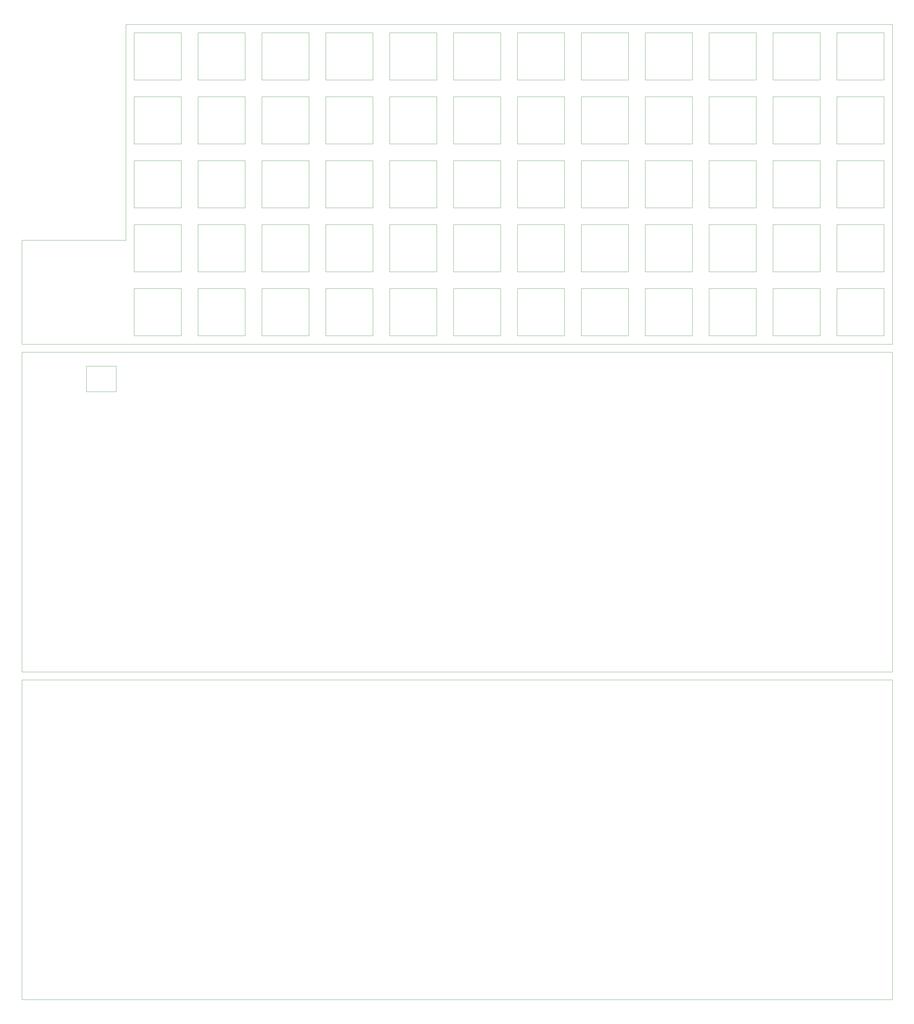
<source format=gm1>
%TF.GenerationSoftware,KiCad,Pcbnew,5.1.10*%
%TF.CreationDate,2021-06-15T15:09:17-05:00*%
%TF.ProjectId,olkbd_ble,6f6c6b62-645f-4626-9c65-2e6b69636164,rev?*%
%TF.SameCoordinates,Original*%
%TF.FileFunction,Profile,NP*%
%FSLAX46Y46*%
G04 Gerber Fmt 4.6, Leading zero omitted, Abs format (unit mm)*
G04 Created by KiCad (PCBNEW 5.1.10) date 2021-06-15 15:09:17*
%MOMM*%
%LPD*%
G01*
G04 APERTURE LIST*
%TA.AperFunction,Profile*%
%ADD10C,0.050000*%
%TD*%
G04 APERTURE END LIST*
D10*
X259410200Y-152247600D02*
X259410200Y-138252200D01*
X316560200Y-133197600D02*
X316560200Y-119202200D01*
X126060200Y-133197600D02*
X126060200Y-119202200D01*
X240360200Y-119202200D02*
X226364800Y-119202200D01*
X297510200Y-100152200D02*
X283514800Y-100152200D01*
X183210200Y-100152200D02*
X169214800Y-100152200D01*
X321614800Y-114147600D02*
X335610200Y-114147600D01*
X188264800Y-95097600D02*
X202260200Y-95097600D01*
X221310200Y-76047600D02*
X221310200Y-62052200D01*
X316560200Y-81102200D02*
X302564800Y-81102200D01*
X207314800Y-95097600D02*
X221310200Y-95097600D01*
X188264800Y-138252200D02*
X188264800Y-152247600D01*
X221310200Y-138252200D02*
X207314800Y-138252200D01*
X335610200Y-62052200D02*
X321614800Y-62052200D01*
X126060200Y-100152200D02*
X112064800Y-100152200D01*
X283514800Y-133197600D02*
X297510200Y-133197600D01*
X302564800Y-119202200D02*
X302564800Y-133197600D01*
X188264800Y-81102200D02*
X188264800Y-95097600D01*
X221310200Y-114147600D02*
X221310200Y-100152200D01*
X335610200Y-76047600D02*
X335610200Y-62052200D01*
X112064800Y-76047600D02*
X126060200Y-76047600D01*
X78581250Y-154781250D02*
X78581250Y-123825000D01*
X202260200Y-114147600D02*
X202260200Y-100152200D01*
X335610200Y-100152200D02*
X321614800Y-100152200D01*
X321614800Y-119202200D02*
X321614800Y-133197600D01*
X316560200Y-119202200D02*
X302564800Y-119202200D01*
X226364800Y-114147600D02*
X240360200Y-114147600D01*
X188264800Y-133197600D02*
X202260200Y-133197600D01*
X202260200Y-119202200D02*
X188264800Y-119202200D01*
X240360200Y-76047600D02*
X240360200Y-62052200D01*
X264464800Y-133197600D02*
X278460200Y-133197600D01*
X283514800Y-95097600D02*
X297510200Y-95097600D01*
X245414800Y-76047600D02*
X259410200Y-76047600D01*
X297510200Y-81102200D02*
X283514800Y-81102200D01*
X278460200Y-81102200D02*
X264464800Y-81102200D01*
X164160200Y-81102200D02*
X150164800Y-81102200D01*
X164160200Y-114147600D02*
X164160200Y-100152200D01*
X145110200Y-119202200D02*
X131114800Y-119202200D01*
X126060200Y-119202200D02*
X112064800Y-119202200D01*
X145110200Y-76047600D02*
X145110200Y-62052200D01*
X297510200Y-114147600D02*
X297510200Y-100152200D01*
X150164800Y-100152200D02*
X150164800Y-114147600D01*
X259410200Y-95097600D02*
X259410200Y-81102200D01*
X207314800Y-114147600D02*
X221310200Y-114147600D01*
X221310200Y-62052200D02*
X207314800Y-62052200D01*
X321614800Y-133197600D02*
X335610200Y-133197600D01*
X207314800Y-133197600D02*
X221310200Y-133197600D01*
X112064800Y-114147600D02*
X126060200Y-114147600D01*
X131114800Y-76047600D02*
X145110200Y-76047600D01*
X316560200Y-95097600D02*
X316560200Y-81102200D01*
X335610200Y-114147600D02*
X335610200Y-100152200D01*
X126060200Y-76047600D02*
X126060200Y-62052200D01*
X131114800Y-62052200D02*
X131114800Y-76047600D01*
X302564800Y-133197600D02*
X316560200Y-133197600D01*
X259410200Y-119202200D02*
X245414800Y-119202200D01*
X207314800Y-100152200D02*
X207314800Y-114147600D01*
X321614800Y-62052200D02*
X321614800Y-76047600D01*
X226364800Y-81102200D02*
X226364800Y-95097600D01*
X150164800Y-95097600D02*
X164160200Y-95097600D01*
X164160200Y-95097600D02*
X164160200Y-81102200D01*
X302564800Y-62052200D02*
X302564800Y-76047600D01*
X335610200Y-138252200D02*
X321614800Y-138252200D01*
X335610200Y-152247600D02*
X335610200Y-138252200D01*
X145110200Y-100152200D02*
X131114800Y-100152200D01*
X259410200Y-76047600D02*
X259410200Y-62052200D01*
X131114800Y-138252200D02*
X131114800Y-152247600D01*
X145110200Y-138252200D02*
X131114800Y-138252200D01*
X202260200Y-133197600D02*
X202260200Y-119202200D01*
X335610200Y-119202200D02*
X321614800Y-119202200D01*
X150164800Y-133197600D02*
X164160200Y-133197600D01*
X131114800Y-119202200D02*
X131114800Y-133197600D01*
X240360200Y-95097600D02*
X240360200Y-81102200D01*
X183210200Y-81102200D02*
X169214800Y-81102200D01*
X126060200Y-152247600D02*
X126060200Y-138252200D01*
X278460200Y-76047600D02*
X278460200Y-62052200D01*
X316560200Y-152247600D02*
X316560200Y-138252200D01*
X283514800Y-152247600D02*
X297510200Y-152247600D01*
X283514800Y-81102200D02*
X283514800Y-95097600D01*
X321614800Y-100152200D02*
X321614800Y-114147600D01*
X109537500Y-123825000D02*
X107156250Y-123825000D01*
X169214800Y-95097600D02*
X183210200Y-95097600D01*
X259410200Y-81102200D02*
X245414800Y-81102200D01*
X264464800Y-138252200D02*
X264464800Y-152247600D01*
X297510200Y-138252200D02*
X283514800Y-138252200D01*
X183210200Y-76047600D02*
X183210200Y-62052200D01*
X202260200Y-62052200D02*
X188264800Y-62052200D01*
X131114800Y-152247600D02*
X145110200Y-152247600D01*
X169214800Y-152247600D02*
X183210200Y-152247600D01*
X259410200Y-62052200D02*
X245414800Y-62052200D01*
X112064800Y-62052200D02*
X112064800Y-76047600D01*
X264464800Y-76047600D02*
X278460200Y-76047600D01*
X169214800Y-133197600D02*
X183210200Y-133197600D01*
X221310200Y-119202200D02*
X207314800Y-119202200D01*
X283514800Y-76047600D02*
X297510200Y-76047600D01*
X240360200Y-114147600D02*
X240360200Y-100152200D01*
X278460200Y-100152200D02*
X264464800Y-100152200D01*
X150164800Y-76047600D02*
X164160200Y-76047600D01*
X316560200Y-114147600D02*
X316560200Y-100152200D01*
X126060200Y-81102200D02*
X112064800Y-81102200D01*
X188264800Y-100152200D02*
X188264800Y-114147600D01*
X335610200Y-95097600D02*
X335610200Y-81102200D01*
X226364800Y-100152200D02*
X226364800Y-114147600D01*
X221310200Y-95097600D02*
X221310200Y-81102200D01*
X202260200Y-138252200D02*
X188264800Y-138252200D01*
X188264800Y-152247600D02*
X202260200Y-152247600D01*
X302564800Y-76047600D02*
X316560200Y-76047600D01*
X240360200Y-100152200D02*
X226364800Y-100152200D01*
X183210200Y-95097600D02*
X183210200Y-81102200D01*
X226364800Y-62052200D02*
X226364800Y-76047600D01*
X278460200Y-133197600D02*
X278460200Y-119202200D01*
X131114800Y-133197600D02*
X145110200Y-133197600D01*
X226364800Y-133197600D02*
X240360200Y-133197600D01*
X183210200Y-133197600D02*
X183210200Y-119202200D01*
X240360200Y-81102200D02*
X226364800Y-81102200D01*
X245414800Y-95097600D02*
X259410200Y-95097600D01*
X145110200Y-95097600D02*
X145110200Y-81102200D01*
X202260200Y-81102200D02*
X188264800Y-81102200D01*
X259410200Y-100152200D02*
X245414800Y-100152200D01*
X183210200Y-152247600D02*
X183210200Y-138252200D01*
X207314800Y-152247600D02*
X221310200Y-152247600D01*
X226364800Y-76047600D02*
X240360200Y-76047600D01*
X278460200Y-95097600D02*
X278460200Y-81102200D01*
X145110200Y-62052200D02*
X131114800Y-62052200D01*
X221310200Y-100152200D02*
X207314800Y-100152200D01*
X150164800Y-81102200D02*
X150164800Y-95097600D01*
X226364800Y-119202200D02*
X226364800Y-133197600D01*
X112064800Y-119202200D02*
X112064800Y-133197600D01*
X297510200Y-152247600D02*
X297510200Y-138252200D01*
X302564800Y-152247600D02*
X316560200Y-152247600D01*
X283514800Y-62052200D02*
X283514800Y-76047600D01*
X264464800Y-81102200D02*
X264464800Y-95097600D01*
X169214800Y-114147600D02*
X183210200Y-114147600D01*
X164160200Y-62052200D02*
X150164800Y-62052200D01*
X297510200Y-119202200D02*
X283514800Y-119202200D01*
X183210200Y-119202200D02*
X169214800Y-119202200D01*
X302564800Y-81102200D02*
X302564800Y-95097600D01*
X278460200Y-152247600D02*
X278460200Y-138252200D01*
X321614800Y-138252200D02*
X321614800Y-152247600D01*
X264464800Y-119202200D02*
X264464800Y-133197600D01*
X283514800Y-119202200D02*
X283514800Y-133197600D01*
X188264800Y-119202200D02*
X188264800Y-133197600D01*
X245414800Y-133197600D02*
X259410200Y-133197600D01*
X150164800Y-62052200D02*
X150164800Y-76047600D01*
X126060200Y-62052200D02*
X112064800Y-62052200D01*
X259410200Y-133197600D02*
X259410200Y-119202200D01*
X207314800Y-119202200D02*
X207314800Y-133197600D01*
X283514800Y-100152200D02*
X283514800Y-114147600D01*
X150164800Y-114147600D02*
X164160200Y-114147600D01*
X278460200Y-62052200D02*
X264464800Y-62052200D01*
X131114800Y-100152200D02*
X131114800Y-114147600D01*
X126060200Y-114147600D02*
X126060200Y-100152200D01*
X245414800Y-81102200D02*
X245414800Y-95097600D01*
X126060200Y-95097600D02*
X126060200Y-81102200D01*
X145110200Y-114147600D02*
X145110200Y-100152200D01*
X207314800Y-76047600D02*
X221310200Y-76047600D01*
X240360200Y-138252200D02*
X226364800Y-138252200D01*
X226364800Y-152247600D02*
X240360200Y-152247600D01*
X109537500Y-59531250D02*
X338137500Y-59531250D01*
X207314800Y-62052200D02*
X207314800Y-76047600D01*
X316560200Y-138252200D02*
X302564800Y-138252200D01*
X259410200Y-138252200D02*
X245414800Y-138252200D01*
X259410200Y-114147600D02*
X259410200Y-100152200D01*
X183210200Y-114147600D02*
X183210200Y-100152200D01*
X278460200Y-114147600D02*
X278460200Y-100152200D01*
X131114800Y-114147600D02*
X145110200Y-114147600D01*
X316560200Y-62052200D02*
X302564800Y-62052200D01*
X302564800Y-95097600D02*
X316560200Y-95097600D01*
X112064800Y-152247600D02*
X126060200Y-152247600D01*
X145110200Y-152247600D02*
X145110200Y-138252200D01*
X297510200Y-133197600D02*
X297510200Y-119202200D01*
X150164800Y-119202200D02*
X150164800Y-133197600D01*
X207314800Y-138252200D02*
X207314800Y-152247600D01*
X202260200Y-152247600D02*
X202260200Y-138252200D01*
X164160200Y-76047600D02*
X164160200Y-62052200D01*
X245414800Y-119202200D02*
X245414800Y-133197600D01*
X164160200Y-119202200D02*
X150164800Y-119202200D01*
X221310200Y-152247600D02*
X221310200Y-138252200D01*
X245414800Y-152247600D02*
X259410200Y-152247600D01*
X207314800Y-81102200D02*
X207314800Y-95097600D01*
X131114800Y-95097600D02*
X145110200Y-95097600D01*
X240360200Y-62052200D02*
X226364800Y-62052200D01*
X188264800Y-62052200D02*
X188264800Y-76047600D01*
X316560200Y-76047600D02*
X316560200Y-62052200D01*
X302564800Y-114147600D02*
X316560200Y-114147600D01*
X264464800Y-95097600D02*
X278460200Y-95097600D01*
X188264800Y-114147600D02*
X202260200Y-114147600D01*
X112064800Y-100152200D02*
X112064800Y-114147600D01*
X245414800Y-100152200D02*
X245414800Y-114147600D01*
X240360200Y-133197600D02*
X240360200Y-119202200D01*
X278460200Y-119202200D02*
X264464800Y-119202200D01*
X338137500Y-59531250D02*
X338137500Y-154781250D01*
X321614800Y-152247600D02*
X335610200Y-152247600D01*
X226364800Y-138252200D02*
X226364800Y-152247600D01*
X169214800Y-138252200D02*
X169214800Y-152247600D01*
X164160200Y-152247600D02*
X164160200Y-138252200D01*
X335610200Y-81102200D02*
X321614800Y-81102200D01*
X264464800Y-100152200D02*
X264464800Y-114147600D01*
X297510200Y-95097600D02*
X297510200Y-81102200D01*
X283514800Y-114147600D02*
X297510200Y-114147600D01*
X302564800Y-100152200D02*
X302564800Y-114147600D01*
X202260200Y-76047600D02*
X202260200Y-62052200D01*
X302564800Y-138252200D02*
X302564800Y-152247600D01*
X264464800Y-152247600D02*
X278460200Y-152247600D01*
X112064800Y-95097600D02*
X126060200Y-95097600D01*
X78581250Y-123825000D02*
X107156250Y-123825000D01*
X183210200Y-62052200D02*
X169214800Y-62052200D01*
X202260200Y-100152200D02*
X188264800Y-100152200D01*
X112064800Y-133197600D02*
X126060200Y-133197600D01*
X164160200Y-133197600D02*
X164160200Y-119202200D01*
X264464800Y-114147600D02*
X278460200Y-114147600D01*
X150164800Y-138252200D02*
X150164800Y-152247600D01*
X183210200Y-138252200D02*
X169214800Y-138252200D01*
X169214800Y-119202200D02*
X169214800Y-133197600D01*
X145110200Y-133197600D02*
X145110200Y-119202200D01*
X169214800Y-76047600D02*
X183210200Y-76047600D01*
X278460200Y-138252200D02*
X264464800Y-138252200D01*
X283514800Y-138252200D02*
X283514800Y-152247600D01*
X109537500Y-123825000D02*
X109537500Y-59531250D01*
X145110200Y-81102200D02*
X131114800Y-81102200D01*
X226364800Y-95097600D02*
X240360200Y-95097600D01*
X202260200Y-95097600D02*
X202260200Y-81102200D01*
X164160200Y-138252200D02*
X150164800Y-138252200D01*
X150164800Y-152247600D02*
X164160200Y-152247600D01*
X297510200Y-76047600D02*
X297510200Y-62052200D01*
X245414800Y-138252200D02*
X245414800Y-152247600D01*
X240360200Y-152247600D02*
X240360200Y-138252200D01*
X338137500Y-154781250D02*
X78581250Y-154781250D01*
X169214800Y-100152200D02*
X169214800Y-114147600D01*
X126060200Y-138252200D02*
X112064800Y-138252200D01*
X112064800Y-138252200D02*
X112064800Y-152247600D01*
X335610200Y-133197600D02*
X335610200Y-119202200D01*
X221310200Y-133197600D02*
X221310200Y-119202200D01*
X131114800Y-81102200D02*
X131114800Y-95097600D01*
X169214800Y-81102200D02*
X169214800Y-95097600D01*
X316560200Y-100152200D02*
X302564800Y-100152200D01*
X321614800Y-81102200D02*
X321614800Y-95097600D01*
X321614800Y-95097600D02*
X335610200Y-95097600D01*
X245414800Y-62052200D02*
X245414800Y-76047600D01*
X169214800Y-62052200D02*
X169214800Y-76047600D01*
X297510200Y-62052200D02*
X283514800Y-62052200D01*
X264464800Y-62052200D02*
X264464800Y-76047600D01*
X321614800Y-76047600D02*
X335610200Y-76047600D01*
X221310200Y-81102200D02*
X207314800Y-81102200D01*
X245414800Y-114147600D02*
X259410200Y-114147600D01*
X164160200Y-100152200D02*
X150164800Y-100152200D01*
X188264800Y-76047600D02*
X202260200Y-76047600D01*
X112064800Y-81102200D02*
X112064800Y-95097600D01*
X338137500Y-350043750D02*
X78581250Y-350043750D01*
X78581250Y-254793750D02*
X338137500Y-254793750D01*
X78581250Y-350043750D02*
X78581250Y-254793750D01*
X338137500Y-254793750D02*
X338137500Y-350043750D01*
X78581250Y-157162500D02*
X338137500Y-157162500D01*
X78581250Y-252412500D02*
X78581250Y-157162500D01*
X338137500Y-252412500D02*
X78581250Y-252412500D01*
X338137500Y-157162500D02*
X338137500Y-252412500D01*
X97790000Y-161290000D02*
X106680000Y-161290000D01*
X97790000Y-168910000D02*
X97790000Y-161290000D01*
X106680000Y-168910000D02*
X97790000Y-168910000D01*
X106680000Y-161290000D02*
X106680000Y-168910000D01*
M02*

</source>
